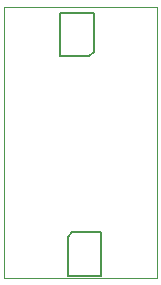
<source format=gbo>
G75*
G70*
%OFA0B0*%
%FSLAX24Y24*%
%IPPOS*%
%LPD*%
%AMOC8*
5,1,8,0,0,1.08239X$1,22.5*
%
%ADD10C,0.0000*%
%ADD11C,0.0050*%
D10*
X000900Y000980D02*
X000900Y010035D01*
X006018Y010035D01*
X006018Y000980D01*
X000900Y000980D01*
D11*
X003029Y001065D02*
X003029Y002364D01*
X003186Y002522D01*
X004131Y002522D01*
X004131Y002482D02*
X004131Y001065D01*
X003029Y001065D01*
X002787Y008375D02*
X003732Y008375D01*
X003890Y008532D01*
X003890Y009831D01*
X002787Y009831D01*
X002787Y008414D01*
M02*

</source>
